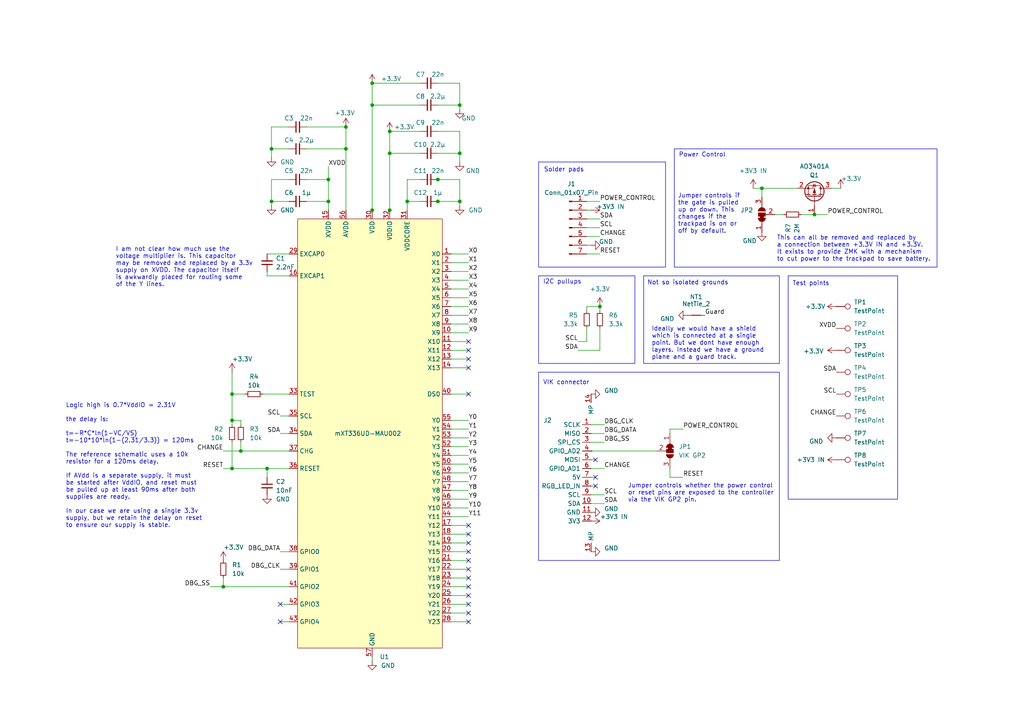
<source format=kicad_sch>
(kicad_sch (version 20231120) (generator "eeschema") (generator_version "8.0")
  (paper "A4")
  (title_block (title "Procyon") (date "2024-10-12") (rev "1") (company "George Norton"))
  (lib_symbols
    (symbol "Connector:Conn_01x07_Pin" (pin_names (offset 1.016) hide)
      (property "Reference" "J" (at 0 10.16 0))
      (property "Value" "Conn_01x07_Pin" (at 0 -10.16 0))
      (symbol "Conn_01x07_Pin_1_1"
        (polyline (pts (xy 1.27 -7.62) (xy 0.8636 -7.62)) (stroke (width 0.1524)))
        (polyline (pts (xy 1.27 -5.08) (xy 0.8636 -5.08)) (stroke (width 0.1524)))
        (polyline (pts (xy 1.27 -2.54) (xy 0.8636 -2.54)) (stroke (width 0.1524)))
        (polyline (pts (xy 1.27 0) (xy 0.8636 0)) (stroke (width 0.1524)))
        (polyline (pts (xy 1.27 2.54) (xy 0.8636 2.54)) (stroke (width 0.1524)))
        (polyline (pts (xy 1.27 5.08) (xy 0.8636 5.08)) (stroke (width 0.1524)))
        (polyline (pts (xy 1.27 7.62) (xy 0.8636 7.62)) (stroke (width 0.1524)))
        (rectangle (start 0.8636 -7.493) (end 0 -7.747) (stroke (width 0.1524)) (fill (type outline)))
        (rectangle (start 0.8636 -4.953) (end 0 -5.207) (stroke (width 0.1524)) (fill (type outline)))
        (rectangle (start 0.8636 -2.413) (end 0 -2.667) (stroke (width 0.1524)) (fill (type outline)))
        (rectangle (start 0.8636 0.127) (end 0 -0.127) (stroke (width 0.1524)) (fill (type outline)))
        (rectangle (start 0.8636 2.667) (end 0 2.413) (stroke (width 0.1524)) (fill (type outline)))
        (rectangle (start 0.8636 5.207) (end 0 4.953) (stroke (width 0.1524)) (fill (type outline)))
        (rectangle (start 0.8636 7.747) (end 0 7.493) (stroke (width 0.1524)) (fill (type outline)))
        (pin passive line (at 5.08 7.62 180) (length 3.81) (name "Pin_1") (number "1"))
        (pin passive line (at 5.08 5.08 180) (length 3.81) (name "Pin_2") (number "2"))
        (pin passive line (at 5.08 2.54 180) (length 3.81) (name "Pin_3") (number "3"))
        (pin passive line (at 5.08 0 180) (length 3.81) (name "Pin_4") (number "4"))
        (pin passive line (at 5.08 -2.54 180) (length 3.81) (name "Pin_5") (number "5"))
        (pin passive line (at 5.08 -5.08 180) (length 3.81) (name "Pin_6") (number "6"))
        (pin passive line (at 5.08 -7.62 180) (length 3.81) (name "Pin_7") (number "7"))
      )
    )
    (symbol "Connector:TestPoint" (pin_numbers hide) (pin_names (offset 0.762) hide)
      (property "Reference" "TP" (at 0 6.858 0))
      (property "Value" "TestPoint" (at 0 5.08 0))
      (symbol "TestPoint_0_1"
        (circle (center 0 3.302) (radius 0.762))
      )
      (symbol "TestPoint_1_1"
        (pin passive line (at 0 0 90) (length 2.54) (name "1") (number "1"))
      )
    )
    (symbol "Device:C_Small" (pin_numbers hide) (pin_names (offset 0.254) hide)
      (property "Reference" "C" (at 0.254 1.778 0))
      (property "Value" "C_Small" (at 0.254 -2.032 0))
      (symbol "C_Small_0_1"
        (polyline (pts (xy -1.524 -0.508) (xy 1.524 -0.508)) (stroke (width 0.3302)))
        (polyline (pts (xy -1.524 0.508) (xy 1.524 0.508)) (stroke (width 0.3048)))
      )
      (symbol "C_Small_1_1"
        (pin passive line (at 0 2.54 270) (length 2.032) (name "~") (number "1"))
        (pin passive line (at 0 -2.54 90) (length 2.032) (name "~") (number "2"))
      )
    )
    (symbol "Device:NetTie_2" (pin_numbers hide) (pin_names (offset 0) hide) (in_bom no)
      (property "Reference" "NT" (at 0 1.27 0))
      (property "Value" "NetTie_2" (at 0 -1.27 0))
      (symbol "NetTie_2_0_1"
        (polyline (pts (xy -1.27 0) (xy 1.27 0)) (stroke (width 0.254)))
      )
      (symbol "NetTie_2_1_1"
        (pin passive line (at -2.54 0 0) (length 2.54) (name "1") (number "1"))
        (pin passive line (at 2.54 0 180) (length 2.54) (name "2") (number "2"))
      )
    )
    (symbol "Device:R_Small" (pin_numbers hide) (pin_names (offset 0.254) hide)
      (property "Reference" "R" (at 0.762 0.508 0))
      (property "Value" "R_Small" (at 0.762 -1.016 0))
      (symbol "R_Small_0_1"
        (rectangle (start -0.762 1.778) (end 0.762 -1.778) (stroke (width 0.2032)))
      )
      (symbol "R_Small_1_1"
        (pin passive line (at 0 2.54 270) (length 0.762) (name "~") (number "1"))
        (pin passive line (at 0 -2.54 90) (length 0.762) (name "~") (number "2"))
      )
    )
    (symbol "Jumper:SolderJumper_3_Bridged12" (pin_names (offset 0) hide) (exclude_from_sim yes) (in_bom no)
      (property "Reference" "JP" (at -2.54 -2.54 0))
      (property "Value" "SolderJumper_3_Bridged12" (at 0 2.794 0))
      (symbol "SolderJumper_3_Bridged12_0_1"
        (rectangle (start -1.016 0.508) (end -0.508 -0.508) (fill (type outline)))
        (arc (start -1.016 1.016) (mid -2.0276 0) (end -1.016 -1.016))
        (arc (start -1.016 1.016) (mid -2.0276 0) (end -1.016 -1.016) (fill (type outline)))
        (rectangle (start -0.508 1.016) (end 0.508 -1.016) (fill (type outline)))
        (polyline (pts (xy -2.54 0) (xy -2.032 0)))
        (polyline (pts (xy -1.016 1.016) (xy -1.016 -1.016)))
        (polyline (pts (xy 0 -1.27) (xy 0 -1.016)))
        (polyline (pts (xy 1.016 1.016) (xy 1.016 -1.016)))
        (polyline (pts (xy 2.54 0) (xy 2.032 0)))
        (arc (start 1.016 -1.016) (mid 2.0276 0) (end 1.016 1.016))
        (arc (start 1.016 -1.016) (mid 2.0276 0) (end 1.016 1.016) (fill (type outline)))
      )
      (symbol "SolderJumper_3_Bridged12_1_1"
        (pin passive line (at -5.08 0 0) (length 2.54) (name "A") (number "1"))
        (pin passive line (at 0 -3.81 90) (length 2.54) (name "C") (number "2"))
        (pin passive line (at 5.08 0 180) (length 2.54) (name "B") (number "3"))
      )
    )
    (symbol "MaxTouch:mXT336UD-MAU002"
      (property "Reference" "U1" (at 2.1941 -64.77 0))
      (property "Value" "mXT336UD-MAU002" (at -1.27 0 0))
      (symbol "mXT336UD-MAU002_1_1"
        (rectangle (start -21.59 62.23) (end 20.32 -62.23) (fill (type background)))
        (pin passive line (at 22.86 52.07 180) (length 2.54) (name "X0") (number "1"))
        (pin passive line (at 22.86 29.21 180) (length 2.54) (name "X9") (number "10"))
        (pin passive line (at 22.86 26.67 180) (length 2.54) (name "X10") (number "11"))
        (pin passive line (at 22.86 24.13 180) (length 2.54) (name "X11") (number "12"))
        (pin passive line (at 22.86 21.59 180) (length 2.54) (name "X12") (number "13"))
        (pin passive line (at 22.86 19.05 180) (length 2.54) (name "X13") (number "14"))
        (pin power_in line (at -12.7 64.77 270) (length 2.54) (name "XVDD") (number "15"))
        (pin power_in line (at -24.13 45.72 0) (length 2.54) (name "EXCAP1") (number "16"))
        (pin passive line (at 22.86 -26.67 180) (length 2.54) (name "Y12") (number "17"))
        (pin passive line (at 22.86 -29.21 180) (length 2.54) (name "Y13") (number "18"))
        (pin passive line (at 22.86 -31.75 180) (length 2.54) (name "Y14") (number "19"))
        (pin passive line (at 22.86 49.53 180) (length 2.54) (name "X1") (number "2"))
        (pin passive line (at 22.86 -34.29 180) (length 2.54) (name "Y15") (number "20"))
        (pin passive line (at 22.86 -36.83 180) (length 2.54) (name "Y16") (number "21"))
        (pin passive line (at 22.86 -39.37 180) (length 2.54) (name "Y17") (number "22"))
        (pin passive line (at 22.86 -41.91 180) (length 2.54) (name "Y18") (number "23"))
        (pin passive line (at 22.86 -44.45 180) (length 2.54) (name "Y19") (number "24"))
        (pin passive line (at 22.86 -46.99 180) (length 2.54) (name "Y20") (number "25"))
        (pin passive line (at 22.86 -49.53 180) (length 2.54) (name "Y21") (number "26"))
        (pin passive line (at 22.86 -52.07 180) (length 2.54) (name "Y22") (number "27"))
        (pin passive line (at 22.86 -54.61 180) (length 2.54) (name "Y23") (number "28"))
        (pin power_in line (at -24.13 52.07 0) (length 2.54) (name "EXCAP0") (number "29"))
        (pin passive line (at 22.86 46.99 180) (length 2.54) (name "X2") (number "3"))
        (pin power_in line (at 0 64.77 270) (length 2.54) (name "VDD") (number "30"))
        (pin power_in line (at 10.16 64.77 270) (length 2.54) (name "VDDCORE") (number "31"))
        (pin power_in line (at 5.08 64.77 270) (length 2.54) (name "VDDIO") (number "32"))
        (pin unspecified line (at -24.13 11.43 0) (length 2.54) (name "TEST") (number "33"))
        (pin bidirectional line (at -24.13 0 0) (length 2.54) (name "SDA") (number "34"))
        (pin input line (at -24.13 5.08 0) (length 2.54) (name "SCL") (number "35"))
        (pin input line (at -24.13 -10.16 0) (length 2.54) (name "RESET") (number "36"))
        (pin output line (at -24.13 -5.08 0) (length 2.54) (name "CHG") (number "37"))
        (pin bidirectional line (at -24.13 -34.29 0) (length 2.54) (name "GPIO0") (number "38"))
        (pin bidirectional line (at -24.13 -39.37 0) (length 2.54) (name "GPIO1") (number "39"))
        (pin passive line (at 22.86 44.45 180) (length 2.54) (name "X3") (number "4"))
        (pin output line (at 22.86 11.43 180) (length 2.54) (name "DS0") (number "40"))
        (pin bidirectional line (at -24.13 -44.45 0) (length 2.54) (name "GPIO2") (number "41"))
        (pin bidirectional line (at -24.13 -49.53 0) (length 2.54) (name "GPIO3") (number "42"))
        (pin bidirectional line (at -24.13 -54.61 0) (length 2.54) (name "GPIO4") (number "43"))
        (pin passive line (at 22.86 -24.13 180) (length 2.54) (name "Y11") (number "44"))
        (pin passive line (at 22.86 -21.59 180) (length 2.54) (name "Y10") (number "45"))
        (pin passive line (at 22.86 -19.05 180) (length 2.54) (name "Y9") (number "46"))
        (pin passive line (at 22.86 -16.51 180) (length 2.54) (name "Y8") (number "47"))
        (pin passive line (at 22.86 -13.97 180) (length 2.54) (name "Y7") (number "48"))
        (pin passive line (at 22.86 -11.43 180) (length 2.54) (name "Y6") (number "49"))
        (pin passive line (at 22.86 41.91 180) (length 2.54) (name "X4") (number "5"))
        (pin passive line (at 22.86 -8.89 180) (length 2.54) (name "Y5") (number "50"))
        (pin passive line (at 22.86 -6.35 180) (length 2.54) (name "Y4") (number "51"))
        (pin passive line (at 22.86 -3.81 180) (length 2.54) (name "Y3") (number "52"))
        (pin passive line (at 22.86 -1.27 180) (length 2.54) (name "Y2") (number "53"))
        (pin passive line (at 22.86 1.27 180) (length 2.54) (name "Y1") (number "54"))
        (pin passive line (at 22.86 3.81 180) (length 2.54) (name "Y0") (number "55"))
        (pin power_in line (at -7.62 64.77 270) (length 2.54) (name "AVDD") (number "56"))
        (pin power_in line (at 0 -64.77 90) (length 2.54) (name "GND") (number "57"))
        (pin passive line (at 22.86 39.37 180) (length 2.54) (name "X5") (number "6"))
        (pin passive line (at 22.86 36.83 180) (length 2.54) (name "X6") (number "7"))
        (pin passive line (at 22.86 34.29 180) (length 2.54) (name "X7") (number "8"))
        (pin passive line (at 22.86 31.75 180) (length 2.54) (name "X8") (number "9"))
      )
    )
    (symbol "MaxTouch:vik-module-connector"
      (property "Reference" "J2" (at 11.43 15.24 0))
      (property "Value" "~" (at 0 6.35 0))
      (symbol "vik-module-connector_1_1"
        (pin input line (at 0 13.97 0) (length 2.54) (name "SCLK") (number "1"))
        (pin input line (at 0 -8.89 0) (length 2.54) (name "SDA") (number "10"))
        (pin power_in line (at 0 -11.43 0) (length 2.54) (name "GND") (number "11"))
        (pin power_in line (at 0 -13.97 0) (length 2.54) (name "3V3") (number "12"))
        (pin free line (at 0 -22.86 90) (length 2.54) (name "MP") (number "13"))
        (pin free line (at 0 22.86 270) (length 2.54) (name "MP") (number "14"))
        (pin input line (at 0 11.43 0) (length 2.54) (name "MISO") (number "2"))
        (pin input line (at 0 8.89 0) (length 2.54) (name "SPI_CS") (number "3"))
        (pin input line (at 0 6.35 0) (length 2.54) (name "GPIO_AD2") (number "4"))
        (pin input line (at 0 3.81 0) (length 2.54) (name "MOSI") (number "5"))
        (pin input line (at 0 1.27 0) (length 2.54) (name "GPIO_AD1") (number "6"))
        (pin power_in line (at 0 -1.27 0) (length 2.54) (name "5V") (number "7"))
        (pin input line (at 0 -3.81 0) (length 2.54) (name "RGB_LED_IN") (number "8"))
        (pin input line (at 0 -6.35 0) (length 2.54) (name "SCL") (number "9"))
      )
    )
    (symbol "Transistor_FET:AO3401A" (pin_names hide)
      (property "Reference" "Q" (at 5.08 1.905 0))
      (property "Value" "AO3401A" (at 5.08 0 0))
      (symbol "AO3401A_0_1"
        (polyline (pts (xy 0.254 0) (xy -2.54 0)))
        (polyline (pts (xy 0.254 1.905) (xy 0.254 -1.905)) (stroke (width 0.254)))
        (polyline (pts (xy 0.762 -1.27) (xy 0.762 -2.286)) (stroke (width 0.254)))
        (polyline (pts (xy 0.762 0.508) (xy 0.762 -0.508)) (stroke (width 0.254)))
        (polyline (pts (xy 0.762 2.286) (xy 0.762 1.27)) (stroke (width 0.254)))
        (polyline (pts (xy 2.54 2.54) (xy 2.54 1.778)))
        (polyline (pts (xy 2.54 -2.54) (xy 2.54 0) (xy 0.762 0)))
        (polyline (pts (xy 0.762 1.778) (xy 3.302 1.778) (xy 3.302 -1.778) (xy 0.762 -1.778)))
        (polyline (pts (xy 2.286 0) (xy 1.27 0.381) (xy 1.27 -0.381) (xy 2.286 0)) (fill (type outline)))
        (polyline (pts (xy 2.794 -0.508) (xy 2.921 -0.381) (xy 3.683 -0.381) (xy 3.81 -0.254)))
        (polyline (pts (xy 3.302 -0.381) (xy 2.921 0.254) (xy 3.683 0.254) (xy 3.302 -0.381)))
        (circle (center 1.651 0) (radius 2.794) (stroke (width 0.254)))
        (circle (center 2.54 -1.778) (radius 0.254) (fill (type outline)))
        (circle (center 2.54 1.778) (radius 0.254) (fill (type outline)))
      )
      (symbol "AO3401A_1_1"
        (pin input line (at -5.08 0 0) (length 2.54) (name "G") (number "1"))
        (pin passive line (at 2.54 -5.08 90) (length 2.54) (name "S") (number "2"))
        (pin passive line (at 2.54 5.08 270) (length 2.54) (name "D") (number "3"))
      )
    )
    (symbol "power:+3V3" (power) (pin_numbers hide) (pin_names (offset 0) hide)
      (property "Value" "+3V3" (at 0 3.556 0))
      (symbol "+3V3_0_1"
        (polyline (pts (xy -0.762 1.27) (xy 0 2.54)))
        (polyline (pts (xy 0 0) (xy 0 2.54)))
        (polyline (pts (xy 0 2.54) (xy 0.762 1.27)))
      )
      (symbol "+3V3_1_1"
        (pin power_in line (at 0 0 90) (length 0) (name "~") (number "1"))
      )
    )
    (symbol "power:GND2" (power) (pin_numbers hide) (pin_names (offset 0) hide)
      (property "Value" "GND2" (at 0 -3.81 0))
      (symbol "GND2_0_1"
        (polyline (pts (xy 0 0) (xy 0 -1.27) (xy 1.27 -1.27) (xy 0 -2.54) (xy -1.27 -1.27) (xy 0 -1.27)))
      )
      (symbol "GND2_1_1"
        (pin power_in line (at 0 0 270) (length 0) (name "~") (number "1"))
      )
    )
  )
  (junction (at 236.22 62.23))
  (junction (at 133.35 44.45))
  (junction (at 67.31 121.92))
  (junction (at 67.31 114.3))
  (junction (at 78.74 58.42))
  (junction (at 67.31 135.89))
  (junction (at 113.03 60.96))
  (junction (at 127 52.07))
  (junction (at 95.25 58.42))
  (junction (at 107.95 24.13))
  (junction (at 113.03 44.45))
  (junction (at 100.33 36.83))
  (junction (at 77.47 135.89))
  (junction (at 173.99 88.9))
  (junction (at 100.33 43.18))
  (junction (at 113.03 38.1))
  (junction (at 69.85 130.81))
  (junction (at 95.25 52.07))
  (junction (at 127 58.42))
  (junction (at 107.95 30.48))
  (junction (at 220.98 54.61))
  (junction (at 133.35 30.48))
  (junction (at 133.35 58.42))
  (junction (at 78.74 43.18))
  (junction (at 107.95 60.96))
  (junction (at 64.77 170.18))
  (junction (at 118.11 58.42))
  (no_connect (at 135.89 114.3))
  (no_connect (at 135.89 154.94))
  (no_connect (at 172.72 138.43))
  (no_connect (at 135.89 170.18))
  (no_connect (at 135.89 167.64))
  (no_connect (at 135.89 106.68))
  (no_connect (at 135.89 162.56))
  (no_connect (at 135.89 177.8))
  (no_connect (at 81.28 180.34))
  (no_connect (at 135.89 104.14))
  (no_connect (at 135.89 101.6))
  (no_connect (at 172.72 133.35))
  (no_connect (at 172.72 140.97))
  (no_connect (at 135.89 165.1))
  (no_connect (at 135.89 99.06))
  (no_connect (at 135.89 152.4))
  (no_connect (at 135.89 157.48))
  (no_connect (at 135.89 160.02))
  (no_connect (at 135.89 175.26))
  (no_connect (at 81.28 175.26))
  (no_connect (at 135.89 180.34))
  (no_connect (at 135.89 172.72))
  (wire (pts (xy 130.81 177.8) (xy 135.89 177.8)))
  (wire (pts (xy 107.95 62.23) (xy 107.95 60.96)))
  (wire (pts (xy 130.81 132.08) (xy 135.89 132.08)))
  (wire (pts (xy 130.81 144.78) (xy 135.89 144.78)))
  (wire (pts (xy 173.99 58.42) (xy 170.18 58.42)))
  (wire (pts (xy 100.33 36.83) (xy 88.9 36.83)))
  (wire (pts (xy 95.25 52.07) (xy 88.9 52.07)))
  (wire (pts (xy 76.2 114.3) (xy 83.82 114.3)))
  (wire (pts (xy 130.81 101.6) (xy 135.89 101.6)))
  (wire (pts (xy 130.81 83.82) (xy 135.89 83.82)))
  (wire (pts (xy 127 44.45) (xy 133.35 44.45)))
  (wire (pts (xy 130.81 91.44) (xy 135.89 91.44)))
  (wire (pts (xy 130.81 147.32) (xy 135.89 147.32)))
  (wire (pts (xy 175.26 123.19) (xy 171.45 123.19)))
  (wire (pts (xy 127 58.42) (xy 133.35 58.42)))
  (wire (pts (xy 130.81 167.64) (xy 135.89 167.64)))
  (wire (pts (xy 81.28 160.02) (xy 83.82 160.02)))
  (wire (pts (xy 171.45 143.51) (xy 175.26 143.51)))
  (wire (pts (xy 130.81 139.7) (xy 135.89 139.7)))
  (wire (pts (xy 69.85 123.19) (xy 69.85 121.92)))
  (wire (pts (xy 133.35 30.48) (xy 133.35 31.75)))
  (wire (pts (xy 170.18 90.17) (xy 170.18 88.9)))
  (wire (pts (xy 83.82 52.07) (xy 78.74 52.07)))
  (wire (pts (xy 67.31 121.92) (xy 67.31 123.19)))
  (wire (pts (xy 67.31 114.3) (xy 71.12 114.3)))
  (wire (pts (xy 236.22 62.23) (xy 240.03 62.23)))
  (wire (pts (xy 95.25 60.96) (xy 95.25 58.42)))
  (wire (pts (xy 198.12 138.43) (xy 194.31 138.43)))
  (wire (pts (xy 107.95 30.48) (xy 121.92 30.48)))
  (wire (pts (xy 133.35 24.13) (xy 133.35 30.48)))
  (wire (pts (xy 173.99 88.9) (xy 173.99 90.17)))
  (wire (pts (xy 95.25 58.42) (xy 95.25 52.07)))
  (wire (pts (xy 100.33 43.18) (xy 100.33 60.96)))
  (wire (pts (xy 130.81 157.48) (xy 135.89 157.48)))
  (wire (pts (xy 194.31 124.46) (xy 194.31 125.73)))
  (wire (pts (xy 107.95 30.48) (xy 107.95 24.13)))
  (wire (pts (xy 113.03 62.23) (xy 113.03 60.96)))
  (wire (pts (xy 232.41 62.23) (xy 236.22 62.23)))
  (wire (pts (xy 69.85 130.81) (xy 69.85 128.27)))
  (wire (pts (xy 78.74 36.83) (xy 78.74 43.18)))
  (wire (pts (xy 133.35 58.42) (xy 133.35 59.69)))
  (wire (pts (xy 113.03 38.1) (xy 121.92 38.1)))
  (wire (pts (xy 113.03 44.45) (xy 121.92 44.45)))
  (wire (pts (xy 130.81 124.46) (xy 135.89 124.46)))
  (wire (pts (xy 127 52.07) (xy 133.35 52.07)))
  (wire (pts (xy 133.35 44.45) (xy 133.35 46.99)))
  (wire (pts (xy 118.11 52.07) (xy 121.92 52.07)))
  (wire (pts (xy 107.95 191.77) (xy 107.95 190.5)))
  (wire (pts (xy 130.81 78.74) (xy 135.89 78.74)))
  (wire (pts (xy 130.81 172.72) (xy 135.89 172.72)))
  (wire (pts (xy 170.18 68.58) (xy 173.99 68.58)))
  (wire (pts (xy 67.31 114.3) (xy 67.31 121.92)))
  (wire (pts (xy 78.74 58.42) (xy 83.82 58.42)))
  (wire (pts (xy 130.81 127) (xy 135.89 127)))
  (wire (pts (xy 64.77 130.81) (xy 69.85 130.81)))
  (wire (pts (xy 171.45 125.73) (xy 175.26 125.73)))
  (wire (pts (xy 127 30.48) (xy 133.35 30.48)))
  (wire (pts (xy 173.99 101.6) (xy 173.99 95.25)))
  (wire (pts (xy 77.47 80.01) (xy 77.47 78.74)))
  (wire (pts (xy 130.81 162.56) (xy 135.89 162.56)))
  (wire (pts (xy 130.81 73.66) (xy 135.89 73.66)))
  (wire (pts (xy 130.81 142.24) (xy 135.89 142.24)))
  (wire (pts (xy 172.72 133.35) (xy 171.45 133.35)))
  (wire (pts (xy 172.72 140.97) (xy 171.45 140.97)))
  (wire (pts (xy 130.81 160.02) (xy 135.89 160.02)))
  (wire (pts (xy 133.35 52.07) (xy 133.35 58.42)))
  (wire (pts (xy 130.81 134.62) (xy 135.89 134.62)))
  (wire (pts (xy 81.28 175.26) (xy 83.82 175.26)))
  (wire (pts (xy 107.95 24.13) (xy 121.92 24.13)))
  (wire (pts (xy 130.81 152.4) (xy 135.89 152.4)))
  (wire (pts (xy 81.28 180.34) (xy 83.82 180.34)))
  (wire (pts (xy 88.9 58.42) (xy 95.25 58.42)))
  (wire (pts (xy 113.03 44.45) (xy 113.03 38.1)))
  (wire (pts (xy 78.74 52.07) (xy 78.74 58.42)))
  (wire (pts (xy 227.33 62.23) (xy 224.79 62.23)))
  (wire (pts (xy 220.98 57.15) (xy 220.98 54.61)))
  (wire (pts (xy 130.81 93.98) (xy 135.89 93.98)))
  (wire (pts (xy 130.81 137.16) (xy 135.89 137.16)))
  (wire (pts (xy 170.18 99.06) (xy 170.18 95.25)))
  (wire (pts (xy 170.18 63.5) (xy 173.99 63.5)))
  (wire (pts (xy 100.33 36.83) (xy 100.33 43.18)))
  (wire (pts (xy 113.03 44.45) (xy 113.03 60.96)))
  (wire (pts (xy 64.77 135.89) (xy 67.31 135.89)))
  (wire (pts (xy 118.11 60.96) (xy 118.11 58.42)))
  (wire (pts (xy 218.44 54.61) (xy 220.98 54.61)))
  (wire (pts (xy 60.96 170.18) (xy 64.77 170.18)))
  (wire (pts (xy 83.82 125.73) (xy 81.28 125.73)))
  (wire (pts (xy 88.9 43.18) (xy 100.33 43.18)))
  (wire (pts (xy 130.81 180.34) (xy 135.89 180.34)))
  (wire (pts (xy 130.81 154.94) (xy 135.89 154.94)))
  (wire (pts (xy 77.47 135.89) (xy 77.47 138.43)))
  (wire (pts (xy 130.81 170.18) (xy 135.89 170.18)))
  (wire (pts (xy 95.25 48.26) (xy 95.25 52.07)))
  (wire (pts (xy 167.64 101.6) (xy 173.99 101.6)))
  (wire (pts (xy 130.81 149.86) (xy 135.89 149.86)))
  (wire (pts (xy 170.18 88.9) (xy 173.99 88.9)))
  (wire (pts (xy 167.64 99.06) (xy 170.18 99.06)))
  (wire (pts (xy 171.45 146.05) (xy 175.26 146.05)))
  (wire (pts (xy 124.46 52.07) (xy 127 52.07)))
  (wire (pts (xy 67.31 128.27) (xy 67.31 135.89)))
  (wire (pts (xy 130.81 106.68) (xy 135.89 106.68)))
  (wire (pts (xy 77.47 73.66) (xy 83.82 73.66)))
  (wire (pts (xy 78.74 43.18) (xy 78.74 45.72)))
  (wire (pts (xy 130.81 129.54) (xy 135.89 129.54)))
  (wire (pts (xy 171.45 60.96) (xy 170.18 60.96)))
  (wire (pts (xy 130.81 88.9) (xy 135.89 88.9)))
  (wire (pts (xy 130.81 175.26) (xy 135.89 175.26)))
  (wire (pts (xy 198.12 124.46) (xy 194.31 124.46)))
  (wire (pts (xy 130.81 99.06) (xy 135.89 99.06)))
  (wire (pts (xy 127 24.13) (xy 133.35 24.13)))
  (wire (pts (xy 172.72 138.43) (xy 171.45 138.43)))
  (wire (pts (xy 190.5 130.81) (xy 171.45 130.81)))
  (wire (pts (xy 220.98 54.61) (xy 231.14 54.61)))
  (wire (pts (xy 83.82 36.83) (xy 78.74 36.83)))
  (wire (pts (xy 130.81 76.2) (xy 135.89 76.2)))
  (wire (pts (xy 118.11 58.42) (xy 121.92 58.42)))
  (wire (pts (xy 81.28 165.1) (xy 83.82 165.1)))
  (wire (pts (xy 130.81 114.3) (xy 135.89 114.3)))
  (wire (pts (xy 243.84 54.61) (xy 241.3 54.61)))
  (wire (pts (xy 118.11 58.42) (xy 118.11 52.07)))
  (wire (pts (xy 130.81 104.14) (xy 135.89 104.14)))
  (wire (pts (xy 78.74 58.42) (xy 78.74 59.69)))
  (wire (pts (xy 130.81 165.1) (xy 135.89 165.1)))
  (wire (pts (xy 194.31 138.43) (xy 194.31 135.89)))
  (wire (pts (xy 175.26 128.27) (xy 171.45 128.27)))
  (wire (pts (xy 67.31 107.95) (xy 67.31 114.3)))
  (wire (pts (xy 83.82 120.65) (xy 81.28 120.65)))
  (wire (pts (xy 69.85 121.92) (xy 67.31 121.92)))
  (wire (pts (xy 64.77 167.64) (xy 64.77 170.18)))
  (wire (pts (xy 130.81 81.28) (xy 135.89 81.28)))
  (wire (pts (xy 67.31 135.89) (xy 77.47 135.89)))
  (wire (pts (xy 171.45 71.12) (xy 170.18 71.12)))
  (wire (pts (xy 64.77 170.18) (xy 83.82 170.18)))
  (wire (pts (xy 83.82 80.01) (xy 77.47 80.01)))
  (wire (pts (xy 171.45 135.89) (xy 175.26 135.89)))
  (wire (pts (xy 130.81 86.36) (xy 135.89 86.36)))
  (wire (pts (xy 83.82 43.18) (xy 78.74 43.18)))
  (wire (pts (xy 130.81 121.92) (xy 135.89 121.92)))
  (wire (pts (xy 173.99 73.66) (xy 170.18 73.66)))
  (wire (pts (xy 133.35 38.1) (xy 133.35 44.45)))
  (wire (pts (xy 170.18 66.04) (xy 173.99 66.04)))
  (wire (pts (xy 130.81 96.52) (xy 135.89 96.52)))
  (wire (pts (xy 107.95 30.48) (xy 107.95 60.96)))
  (wire (pts (xy 69.85 130.81) (xy 83.82 130.81)))
  (wire (pts (xy 124.46 58.42) (xy 127 58.42)))
  (wire (pts (xy 127 38.1) (xy 133.35 38.1)))
  (wire (pts (xy 77.47 135.89) (xy 83.82 135.89)))
  (rectangle (start 156.21 46.99) (end 193.04 77.47))
  (rectangle (start 186.69 80.01) (end 226.06 105.41))
  (rectangle (start 195.58 43.18) (end 271.78 77.47))
  (rectangle (start 156.21 107.95) (end 226.06 162.56))
  (rectangle (start 228.6 80.01) (end 260.35 144.78))
  (rectangle (start 156.21 80.01) (end 184.15 105.41))
  (text "I am not clear how much use the\nvoltage multiplier is. This capacitor\nmay be removed and replaced by a 3.3v\nsupply on XVDD. The capacitor itself\nis awkwardly placed for routing some\nof the Y lines." (at 33.528 77.47 0) (effects (font (size 1.27 1.27)) (justify left)))
  (text "Logic high is 0.7*VddIO = 2.31V\n\nthe delay is:\n\nt=-R*C*ln(1-VC/VS)\nt=-10*10*ln(1-(2.31/3.3)) = 120ms\n\nThe reference schematic uses a 10k\nresistor for a 120ms delay.\n\nIf AVdd is a separate supply, it must\nbe started after VddIO, and reset must\nbe pulled up at least 90ms after both\nsupplies are ready.\n\nIn our case we are using a single 3.3v\nsupply, but we retain the delay on reset\nto ensure our supply is stable." (at 19.05 153.162 0) (effects (font (size 1.27 1.27)) (justify left bottom)))
  (text "Jumper controls if\nthe gate is pulled\nup or down. This\nchanges if the\ntrackpad is on or\noff by default." (at 196.596 61.976 0) (effects (font (size 1.27 1.27)) (justify left)))
  (text "Solder pads" (at 157.734 50.038 0) (effects (font (size 1.27 1.27)) (justify left bottom)))
  (text "This can all be removed and replaced by\na connection between +3.3V IN and +3.3V.\nIt exists to provide ZMK with a mechanism\nto cut power to the trackpad to save battery." (at 225.298 72.136 0) (effects (font (size 1.27 1.27)) (justify left)))
  (text "I2C pullups" (at 157.48 82.55 0) (effects (font (size 1.27 1.27)) (justify left bottom)))
  (text "Jumper controls whether the power control\nor reset pins are exposed to the controller\nvia the VIK GP2 pin." (at 182.118 143.002 0) (effects (font (size 1.27 1.27)) (justify left)))
  (text "Not so isolated grounds" (at 187.706 82.804 0) (effects (font (size 1.27 1.27)) (justify left bottom)))
  (text "Power Control" (at 196.85 45.72 0) (effects (font (size 1.27 1.27)) (justify left bottom)))
  (text "VIK connector" (at 157.48 111.76 0) (effects (font (size 1.27 1.27)) (justify left bottom)))
  (text "Ideally we would have a shield\nwhich is connected at a single\npoint. But we dont have enough\nlayers. Instead we have a ground\nplane and a guard track." (at 188.976 99.568 0) (effects (font (size 1.27 1.27)) (justify left)))
  (text "Test points" (at 235.204 82.296 0) (effects (font (size 1.27 1.27))))
  (label "POWER_CONTROL" (at 198.12 124.46 0))
  (label "Y11" (at 135.89 149.86 0))
  (label "X0" (at 135.89 73.66 0))
  (label "Y2" (at 135.89 127 0))
  (label "X9" (at 135.89 96.52 0))
  (label "SCL" (at 81.28 120.65 180))
  (label "SCL" (at 175.26 143.51 0))
  (label "Y4" (at 135.89 132.08 0))
  (label "POWER_CONTROL" (at 240.03 62.23 0))
  (label "X6" (at 135.89 88.9 0))
  (label "X3" (at 135.89 81.28 0))
  (label "DBG_SS" (at 175.26 128.27 0))
  (label "RESET" (at 198.12 138.43 0))
  (label "SCL" (at 173.99 66.04 0))
  (label "SDA" (at 167.64 101.6 180))
  (label "SDA" (at 175.26 146.05 0))
  (label "SDA" (at 81.28 125.73 180))
  (label "X5" (at 135.89 86.36 0))
  (label "Y6" (at 135.89 137.16 0))
  (label "SDA" (at 173.99 63.5 0))
  (label "X2" (at 135.89 78.74 0))
  (label "RESET" (at 64.77 135.89 180))
  (label "Y0" (at 135.89 121.92 0))
  (label "CHANGE" (at 242.57 120.65 180))
  (label "POWER_CONTROL" (at 173.99 58.42 0))
  (label "CHANGE" (at 175.26 135.89 0))
  (label "X7" (at 135.89 91.44 0))
  (label "Y7" (at 135.89 139.7 0))
  (label "DBG_CLK" (at 175.26 123.19 0))
  (label "Y1" (at 135.89 124.46 0))
  (label "SDA" (at 242.57 107.95 180))
  (label "SCL" (at 167.64 99.06 180))
  (label "DBG_SS" (at 60.96 170.18 180))
  (label "Guard" (at 204.47 91.44 0))
  (label "X8" (at 135.89 93.98 0))
  (label "CHANGE" (at 64.77 130.81 180))
  (label "Y9" (at 135.89 144.78 0))
  (label "Y3" (at 135.89 129.54 0))
  (label "DBG_DATA" (at 81.28 160.02 180))
  (label "XVDD" (at 95.25 48.26 0))
  (label "XVDD" (at 242.57 95.25 180))
  (label "RESET" (at 173.99 73.66 0))
  (label "SCL" (at 242.57 114.3 180))
  (label "DBG_DATA" (at 175.26 125.73 0))
  (label "Y5" (at 135.89 134.62 0))
  (label "X1" (at 135.89 76.2 0))
  (label "CHANGE" (at 173.99 68.58 0))
  (label "Y8" (at 135.89 142.24 0))
  (label "DBG_CLK" (at 81.28 165.1 180))
  (label "Y10" (at 135.89 147.32 0))
  (label "X4" (at 135.89 83.82 0))
  (symbol (lib_id "Connector:TestPoint") (at 242.57 120.65 270) (unit 1)
    (property "Reference" "TP6" (at 247.65 119.3799 90) (effects (justify left)))
    (property "Value" "TestPoint" (at 247.65 121.9199 90) (effects (justify left)))
    (property "Footprint" "TestPoint:TestPoint_Pad_D1.0mm" (effects (hide yes)))
    (property "Description" "test point" (effects (hide yes)))
  )
  (symbol (lib_id "power:GND2") (at 171.45 148.59 90) (mirror x) (unit 1)
    (property "Reference" "#PWR013" (effects (hide yes)))
    (property "Value" "GND" (at 177.292 147.574 90))
  )
  (symbol (lib_id "Device:R_Small") (at 170.18 92.71 0) (mirror y) (unit 1)
    (property "Reference" "R5" (at 167.64 91.44 0) (effects (justify left)))
    (property "Value" "3.3k" (at 167.64 93.98 0) (effects (justify left)))
    (property "Footprint" "Resistor_SMD:R_0603_1608Metric" (effects (hide yes)))
    (property "LCSC" "C22978" (effects (hide yes)))
  )
  (symbol (lib_id "power:+3V3") (at 64.77 162.56 0) (unit 1)
    (property "Reference" "#PWR01" (effects (hide yes)))
    (property "Value" "+3.3V" (at 64.77 158.75 0) (effects (justify left)))
  )
  (symbol (lib_id "Connector:TestPoint") (at 242.57 107.95 270) (unit 1)
    (property "Reference" "TP4" (at 247.65 106.6799 90) (effects (justify left)))
    (property "Value" "TestPoint" (at 247.65 109.2199 90) (effects (justify left)))
    (property "Footprint" "TestPoint:TestPoint_Pad_D1.0mm" (effects (hide yes)))
    (property "Description" "test point" (effects (hide yes)))
  )
  (symbol (lib_id "Connector:TestPoint") (at 242.57 88.9 270) (unit 1)
    (property "Reference" "TP1" (at 247.65 87.6299 90) (effects (justify left)))
    (property "Value" "TestPoint" (at 247.65 90.1699 90) (effects (justify left)))
    (property "Footprint" "TestPoint:TestPoint_Pad_D1.0mm" (effects (hide yes)))
    (property "Description" "test point" (effects (hide yes)))
  )
  (symbol (lib_id "power:GND2") (at 171.45 71.12 90) (mirror x) (unit 1)
    (property "Reference" "#PWR015" (effects (hide yes)))
    (property "Value" "GND" (at 175.768 70.104 90))
  )
  (symbol (lib_id "Connector:TestPoint") (at 242.57 133.35 270) (unit 1)
    (property "Reference" "TP8" (at 247.65 132.0799 90) (effects (justify left)))
    (property "Value" "TestPoint" (at 247.65 134.6199 90) (effects (justify left)))
    (property "Footprint" "TestPoint:TestPoint_Pad_D1.0mm" (effects (hide yes)))
    (property "Description" "test point" (effects (hide yes)))
  )
  (symbol (lib_id "Device:C_Small") (at 77.47 76.2 180) (unit 1)
    (property "Reference" "C1" (at 80.01 74.9236 0) (effects (justify right)))
    (property "Value" "2.2nF" (at 80.01 77.4636 0) (effects (justify right)))
    (property "Footprint" "Capacitor_SMD:C_0603_1608Metric" (effects (hide yes)))
    (property "LCSC" "C1604" (effects (hide yes)))
  )
  (symbol (lib_id "power:+3V3") (at 242.57 133.35 90) (mirror x) (unit 1)
    (property "Reference" "#PWR027" (effects (hide yes)))
    (property "Value" "+3V3 IN" (at 239.268 133.35 90) (effects (justify left)))
    (property "Description" "Power symbol creates a global label with name \"+3V3\"" (effects (hide yes)))
  )
  (symbol (lib_id "Device:C_Small") (at 124.46 30.48 270) (unit 1)
    (property "Reference" "C8" (at 121.92 27.94 90))
    (property "Value" "2.2µ" (at 127 27.94 90))
    (property "Footprint" "Capacitor_SMD:C_0603_1608Metric" (effects (hide yes)))
    (property "LCSC" "C23630" (effects (hide yes)))
  )
  (symbol (lib_id "Connector:TestPoint") (at 242.57 95.25 270) (unit 1)
    (property "Reference" "TP2" (at 247.65 93.9799 90) (effects (justify left)))
    (property "Value" "TestPoint" (at 247.65 96.5199 90) (effects (justify left)))
    (property "Footprint" "TestPoint:TestPoint_Pad_D1.0mm" (effects (hide yes)))
    (property "Description" "test point" (effects (hide yes)))
  )
  (symbol (lib_id "Device:R_Small") (at 173.99 92.71 0) (unit 1)
    (property "Reference" "R6" (at 176.53 91.44 0) (effects (justify left)))
    (property "Value" "3.3k" (at 176.53 93.98 0) (effects (justify left)))
    (property "Footprint" "Resistor_SMD:R_0603_1608Metric" (effects (hide yes)))
    (property "LCSC" "C22978" (effects (hide yes)))
  )
  (symbol (lib_id "Device:C_Small") (at 86.36 36.83 90) (unit 1)
    (property "Reference" "C3" (at 83.82 34.29 90))
    (property "Value" "22n" (at 88.9 34.29 90))
    (property "Footprint" "Capacitor_SMD:C_0603_1608Metric" (effects (hide yes)))
    (property "LCSC" "C21122" (effects (hide yes)))
  )
  (symbol (lib_id "power:GND2") (at 133.35 46.99 0) (unit 1)
    (property "Reference" "#PWR011" (effects (hide yes)))
    (property "Value" "GND" (at 137.16 49.53 0))
  )
  (symbol (lib_id "MaxTouch:vik-module-connector") (at 171.45 137.16 0) (mirror y) (unit 1)
    (property "Reference" "J2" (at 160.02 121.92 0) (effects (justify left)))
    (property "Value" "~" (at 171.45 130.81 0))
    (property "Footprint" "vik:vik-module-connector-horizontal" (effects (hide yes)))
    (property "LCSC" "C479750" (effects (hide yes)))
  )
  (symbol (lib_id "power:GND2") (at 77.47 143.51 0) (unit 1)
    (property "Reference" "#PWR03" (effects (hide yes)))
    (property "Value" "GND" (at 80.01 144.78 0) (effects (justify left)))
  )
  (symbol (lib_id "power:+3V3") (at 67.31 107.95 0) (unit 1)
    (property "Reference" "#PWR02" (effects (hide yes)))
    (property "Value" "+3.3V" (at 67.31 104.14 0) (effects (justify left)))
  )
  (symbol (lib_id "power:GND2") (at 242.57 127 270) (mirror x) (unit 1)
    (property "Reference" "#PWR026" (effects (hide yes)))
    (property "Value" "GND" (at 236.728 128.016 90))
  )
  (symbol (lib_id "power:+3V3") (at 242.57 101.6 90) (mirror x) (unit 1)
    (property "Reference" "#PWR025" (effects (hide yes)))
    (property "Value" "+3.3V" (at 235.966 101.854 90))
  )
  (symbol (lib_id "Connector:Conn_01x07_Pin") (at 165.1 66.04 0) (unit 1)
    (property "Reference" "J1" (at 165.735 53.34 0))
    (property "Value" "Conn_01x07_Pin" (at 165.735 55.88 0))
    (property "Footprint" "Test Pads:Test Pads" (effects (hide yes)))
    (property "Description" "Generic connector, single row, 01x07, script generated" (effects (hide yes)))
  )
  (symbol (lib_id "Connector:TestPoint") (at 242.57 101.6 270) (unit 1)
    (property "Reference" "TP3" (at 247.65 100.3299 90) (effects (justify left)))
    (property "Value" "TestPoint" (at 247.65 102.8699 90) (effects (justify left)))
    (property "Footprint" "TestPoint:TestPoint_Pad_D1.0mm" (effects (hide yes)))
    (property "Description" "test point" (effects (hide yes)))
  )
  (symbol (lib_id "Device:C_Small") (at 86.36 52.07 270) (unit 1)
    (property "Reference" "C5" (at 83.82 49.53 90))
    (property "Value" "22n" (at 88.9 49.53 90))
    (property "Footprint" "Capacitor_SMD:C_0603_1608Metric" (effects (hide yes)))
    (property "LCSC" "C21122" (effects (hide yes)))
  )
  (symbol (lib_id "power:GND2") (at 220.98 67.31 0) (mirror y) (unit 1)
    (property "Reference" "#PWR023" (effects (hide yes)))
    (property "Value" "GND" (at 217.424 69.85 0))
  )
  (symbol (lib_id "power:+3V3") (at 218.44 54.61 0) (unit 1)
    (property "Reference" "#PWR018" (effects (hide yes)))
    (property "Value" "+3V3 IN" (at 218.44 49.53 0))
    (property "Description" "Power symbol creates a global label with name \"+3V3\"" (effects (hide yes)))
  )
  (symbol (lib_id "power:+3V3") (at 242.57 88.9 90) (mirror x) (unit 1)
    (property "Reference" "#PWR024" (effects (hide yes)))
    (property "Value" "+3.3V" (at 236.474 88.9 90))
  )
  (symbol (lib_id "Jumper:SolderJumper_3_Bridged12") (at 220.98 62.23 90) (unit 1) (exclude_from_sim yes) (in_bom no)
    (property "Reference" "JP2" (at 218.44 60.9599 90) (effects (justify left)))
    (property "Value" "PWR" (effects (hide yes)))
    (property "Footprint" "Jumper:SolderJumper-3_P1.3mm_Bridged12_RoundedPad1.0x1.5mm_NumberLabels" (effects (hide yes)))
    (property "Description" "3-pole Solder Jumper, pins 1+2 closed/bridged" (effects (hide yes)))
  )
  (symbol (lib_id "power:GND2") (at 199.39 91.44 270) (mirror x) (unit 1)
    (property "Reference" "#PWR020" (effects (hide yes)))
    (property "Value" "GND" (at 193.548 92.456 90))
  )
  (symbol (lib_id "Device:C_Small") (at 77.47 140.97 0) (unit 1)
    (property "Reference" "C2" (at 80.01 139.7063 0) (effects (justify left)))
    (property "Value" "10nF" (at 80.01 142.2463 0) (effects (justify left)))
    (property "Footprint" "Capacitor_SMD:C_0603_1608Metric" (effects (hide yes)))
    (property "LCSC" "C57112" (effects (hide yes)))
  )
  (symbol (lib_id "power:GND2") (at 171.45 114.3 90) (mirror x) (unit 1)
    (property "Reference" "#PWR022" (effects (hide yes)))
    (property "Value" "GND" (at 177.292 113.284 90))
  )
  (symbol (lib_id "Device:C_Small") (at 124.46 44.45 270) (unit 1)
    (property "Reference" "C10" (at 121.92 41.91 90))
    (property "Value" "2.2µ" (at 127 41.91 90))
    (property "Footprint" "Capacitor_SMD:C_0603_1608Metric" (effects (hide yes)))
    (property "LCSC" "C23630" (effects (hide yes)))
  )
  (symbol (lib_id "power:GND2") (at 171.45 160.02 90) (mirror x) (unit 1)
    (property "Reference" "#PWR021" (effects (hide yes)))
    (property "Value" "GND" (at 177.292 159.004 90))
  )
  (symbol (lib_id "power:+3V3") (at 171.45 151.13 270) (unit 1)
    (property "Reference" "#PWR014" (effects (hide yes)))
    (property "Value" "+3V3 IN" (at 173.99 149.86 90) (effects (justify left)))
    (property "Description" "Power symbol creates a global label with name \"+3V3\"" (effects (hide yes)))
  )
  (symbol (lib_id "power:+3V3") (at 113.03 38.1 0) (unit 1)
    (property "Reference" "#PWR09" (effects (hide yes)))
    (property "Value" "+3.3V" (at 114.3 36.83 0) (effects (justify left)))
  )
  (symbol (lib_id "power:+3V3") (at 171.45 60.96 270) (unit 1)
    (property "Reference" "#PWR016" (effects (hide yes)))
    (property "Value" "+3V3 IN" (at 172.974 59.944 90) (effects (justify left)))
    (property "Description" "Power symbol creates a global label with name \"+3V3\"" (effects (hide yes)))
  )
  (symbol (lib_id "power:GND2") (at 133.35 31.75 0) (unit 1)
    (property "Reference" "#PWR010" (effects (hide yes)))
    (property "Value" "GND" (at 135.89 34.29 0))
  )
  (symbol (lib_id "Connector:TestPoint") (at 242.57 127 270) (unit 1)
    (property "Reference" "TP7" (at 247.65 125.7299 90) (effects (justify left)))
    (property "Value" "TestPoint" (at 247.65 128.2699 90) (effects (justify left)))
    (property "Footprint" "TestPoint:TestPoint_Pad_D1.0mm" (effects (hide yes)))
    (property "Description" "test point" (effects (hide yes)))
  )
  (symbol (lib_id "Connector:TestPoint") (at 242.57 114.3 270) (unit 1)
    (property "Reference" "TP5" (at 247.65 113.0299 90) (effects (justify left)))
    (property "Value" "TestPoint" (at 247.65 115.5699 90) (effects (justify left)))
    (property "Footprint" "TestPoint:TestPoint_Pad_D1.0mm" (effects (hide yes)))
    (property "Description" "test point" (effects (hide yes)))
  )
  (symbol (lib_id "power:+3V3") (at 243.84 54.61 0) (mirror y) (unit 1)
    (property "Reference" "#PWR019" (effects (hide yes)))
    (property "Value" "+3.3V" (at 246.888 51.816 0))
  )
  (symbol (lib_id "Device:C_Small") (at 124.46 24.13 270) (unit 1)
    (property "Reference" "C7" (at 121.92 21.59 90))
    (property "Value" "22n" (at 127 21.59 90))
    (property "Footprint" "Capacitor_SMD:C_0603_1608Metric" (effects (hide yes)))
    (property "LCSC" "C21122" (effects (hide yes)))
  )
  (symbol (lib_id "power:+3V3") (at 173.99 88.9 0) (unit 1)
    (property "Reference" "#PWR017" (effects (hide yes)))
    (property "Value" "+3.3V" (at 173.99 83.82 0))
  )
  (symbol (lib_id "Device:R_Small") (at 64.77 165.1 0) (unit 1)
    (property "Reference" "R1" (at 67.31 163.83 0) (effects (justify left)))
    (property "Value" "10k" (at 67.31 166.37 0) (effects (justify left)))
    (property "Footprint" "Resistor_SMD:R_0603_1608Metric" (effects (hide yes)))
    (property "LCSC" "C25804" (effects (hide yes)))
  )
  (symbol (lib_id "Device:NetTie_2") (at 201.93 91.44 0) (unit 1) (in_bom no)
    (property "Reference" "NT1" (at 201.93 86.106 0))
    (property "Value" "NetTie_2" (at 201.93 88.138 0))
    (property "Footprint" "NetTie:NetTie-2_SMD_Pad0.5mm" (effects (hide yes)))
    (property "Description" "Net tie, 2 pins" (effects (hide yes)))
  )
  (symbol (lib_id "power:+3V3") (at 107.95 24.13 0) (unit 1)
    (property "Reference" "#PWR07" (effects (hide yes)))
    (property "Value" "+3.3V" (at 110.49 22.86 0) (effects (justify left)))
  )
  (symbol (lib_id "power:GND2") (at 107.95 191.77 0) (unit 1)
    (property "Reference" "#PWR08" (effects (hide yes)))
    (property "Value" "GND" (at 110.49 193.04 0) (effects (justify left)))
  )
  (symbol (lib_id "Device:R_Small") (at 69.85 125.73 0) (unit 1)
    (property "Reference" "R3" (at 72.39 124.46 0) (effects (justify left)))
    (property "Value" "10k" (at 72.39 127 0) (effects (justify left)))
    (property "Footprint" "Resistor_SMD:R_0603_1608Metric" (effects (hide yes)))
    (property "LCSC" "C25804" (effects (hide yes)))
  )
  (symbol (lib_id "power:GND2") (at 133.35 59.69 0) (unit 1)
    (property "Reference" "#PWR012" (effects (hide yes)))
    (property "Value" "GND" (at 135.89 60.96 0) (effects (justify left)))
  )
  (symbol (lib_id "Device:C_Small") (at 124.46 58.42 270) (unit 1)
    (property "Reference" "C12" (at 121.92 55.88 90))
    (property "Value" "1µ" (at 127 55.88 90))
    (property "Footprint" "Capacitor_SMD:C_0603_1608Metric" (effects (hide yes)))
    (property "LCSC" "C15849" (effects (hide yes)))
  )
  (symbol (lib_id "power:+3V3") (at 100.33 36.83 0) (unit 1)
    (property "Reference" "#PWR06" (effects (hide yes)))
    (property "Value" "+3.3V" (at 97.028 32.766 0) (effects (justify left)))
  )
  (symbol (lib_id "Device:C_Small") (at 86.36 43.18 90) (unit 1)
    (property "Reference" "C4" (at 83.82 40.64 90))
    (property "Value" "2.2µ" (at 88.9 40.64 90))
    (property "Footprint" "Capacitor_SMD:C_0603_1608Metric" (effects (hide yes)))
    (property "LCSC" "C23630" (effects (hide yes)))
  )
  (symbol (lib_id "Device:R_Small") (at 73.66 114.3 90) (unit 1)
    (property "Reference" "R4" (at 73.66 109.22 90))
    (property "Value" "10k" (at 73.66 111.76 90))
    (property "Footprint" "Resistor_SMD:R_0603_1608Metric" (effects (hide yes)))
    (property "LCSC" "C25804" (effects (hide yes)))
  )
  (symbol (lib_id "Jumper:SolderJumper_3_Bridged12") (at 194.31 130.81 270) (unit 1) (exclude_from_sim yes) (in_bom no)
    (property "Reference" "JP1" (at 196.85 129.5399 90) (effects (justify left)))
    (property "Value" "VIK GP2" (at 196.85 132.0799 90) (effects (justify left)))
    (property "Footprint" "Jumper:SolderJumper-3_P1.3mm_Bridged12_RoundedPad1.0x1.5mm_NumberLabels" (effects (hide yes)))
    (property "Description" "3-pole Solder Jumper, pins 1+2 closed/bridged" (effects (hide yes)))
  )
  (symbol (lib_id "Transistor_FET:AO3401A") (at 236.22 57.15 270) (mirror x) (unit 1)
    (property "Reference" "Q1" (at 236.22 50.8 90))
    (property "Value" "AO3401A" (at 236.22 48.26 90))
    (property "Footprint" "Package_TO_SOT_SMD:SOT-23" (effects (hide yes)))
    (property "Datasheet" "http://www.aosmd.com/pdfs/datasheet/AO3401A.pdf" (effects (hide yes)))
    (property "Description" "-4.0A Id, -30V Vds, P-Channel MOSFET, SOT-23" (effects (hide yes)))
    (property "LCSC" "C15127" (effects (hide yes)))
  )
  (symbol (lib_id "Device:C_Small") (at 86.36 58.42 270) (unit 1)
    (property "Reference" "C6" (at 83.82 55.88 90))
    (property "Value" "1µ" (at 88.9 55.88 90))
    (property "Footprint" "Capacitor_SMD:C_0603_1608Metric" (effects (hide yes)))
    (property "LCSC" "C15849" (effects (hide yes)))
  )
  (symbol (lib_id "Device:C_Small") (at 124.46 38.1 270) (unit 1)
    (property "Reference" "C9" (at 121.92 35.56 90))
    (property "Value" "22n" (at 127 35.56 90))
    (property "Footprint" "Capacitor_SMD:C_0603_1608Metric" (effects (hide yes)))
    (property "LCSC" "C21122" (effects (hide yes)))
  )
  (symbol (lib_id "Device:R_Small") (at 229.87 62.23 90) (mirror x) (unit 1)
    (property "Reference" "R7" (at 228.6 64.77 0) (effects (justify left)))
    (property "Value" "2M" (at 231.14 64.77 0) (effects (justify left)))
    (property "Footprint" "Resistor_SMD:R_0603_1608Metric" (effects (hide yes)))
    (property "LCSC" "C22976" (effects (hide yes)))
  )
  (symbol (lib_id "MaxTouch:mXT336UD-MAU002") (at 107.95 125.73 0) (unit 1)
    (property "Reference" "U1" (at 110.1441 190.5 0) (effects (justify left)))
    (property "Value" "mXT336UD-MAU002" (at 106.68 125.73 0))
    (property "Footprint" "MaxTouch:QFN-56_EP_6x6_Pitch0.35mm" (effects (hide yes)))
    (property "Datasheet" "https://ww1.microchip.com/downloads/secure/aemDocuments/documents/HMID/ProductDocuments/DataSheets/mXT336UD_2_0_Touchscreen_Controller_Product_Datasheet.pdf" (effects (hide yes)))
    (property "LCSC" "C5555867" (effects (hide yes)))
  )
  (symbol (lib_id "power:GND2") (at 78.74 45.72 0) (unit 1)
    (property "Reference" "#PWR04" (effects (hide yes)))
    (property "Value" "GND" (at 81.28 46.99 0) (effects (justify left)))
  )
  (symbol (lib_id "Device:R_Small") (at 67.31 125.73 0) (mirror y) (unit 1)
    (property "Reference" "R2" (at 64.77 124.46 0) (effects (justify left)))
    (property "Value" "10k" (at 64.77 127 0) (effects (justify left)))
    (property "Footprint" "Resistor_SMD:R_0603_1608Metric" (effects (hide yes)))
    (property "LCSC" "C25804" (effects (hide yes)))
  )
  (symbol (lib_id "Device:C_Small") (at 124.46 52.07 270) (unit 1)
    (property "Reference" "C11" (at 121.92 49.53 90))
    (property "Value" "22n" (at 127 49.53 90))
    (property "Footprint" "Capacitor_SMD:C_0603_1608Metric" (effects (hide yes)))
    (property "LCSC" "C21122" (effects (hide yes)))
  )
  (symbol (lib_id "power:GND2") (at 78.74 59.69 0) (unit 1)
    (property "Reference" "#PWR05" (effects (hide yes)))
    (property "Value" "GND" (at 81.28 60.96 0) (effects (justify left)))
  )
)
</source>
